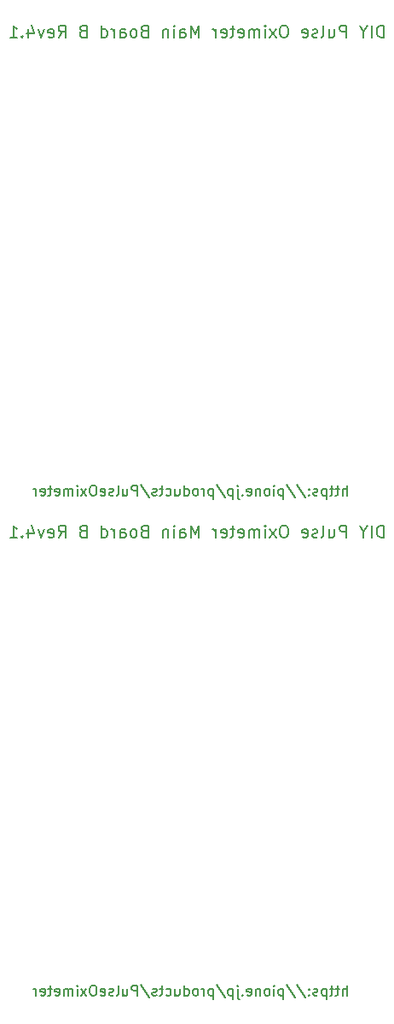
<source format=gbo>
G04 #@! TF.GenerationSoftware,KiCad,Pcbnew,5.1.5-52549c5~84~ubuntu18.04.1*
G04 #@! TF.CreationDate,2020-07-07T10:06:49+09:00*
G04 #@! TF.ProjectId,PulseOximeterTHT_rev4B,50756c73-654f-4786-996d-657465725448,rev?*
G04 #@! TF.SameCoordinates,Original*
G04 #@! TF.FileFunction,Legend,Bot*
G04 #@! TF.FilePolarity,Positive*
%FSLAX46Y46*%
G04 Gerber Fmt 4.6, Leading zero omitted, Abs format (unit mm)*
G04 Created by KiCad (PCBNEW 5.1.5-52549c5~84~ubuntu18.04.1) date 2020-07-07 10:06:49*
%MOMM*%
%LPD*%
G04 APERTURE LIST*
%ADD10C,0.150000*%
%ADD11C,1.702000*%
%ADD12R,1.702000X1.702000*%
%ADD13O,1.702000X1.702000*%
%ADD14O,1.802000X1.802000*%
%ADD15R,1.802000X1.802000*%
%ADD16C,2.102000*%
%ADD17R,1.602000X1.602000*%
%ADD18C,1.602000*%
%ADD19C,1.902000*%
%ADD20R,1.902000X1.902000*%
%ADD21C,4.102000*%
%ADD22R,2.102000X2.102000*%
G04 APERTURE END LIST*
D10*
X137259285Y-114334857D02*
X137259285Y-113134857D01*
X136973571Y-113134857D01*
X136802142Y-113192000D01*
X136687857Y-113306285D01*
X136630714Y-113420571D01*
X136573571Y-113649142D01*
X136573571Y-113820571D01*
X136630714Y-114049142D01*
X136687857Y-114163428D01*
X136802142Y-114277714D01*
X136973571Y-114334857D01*
X137259285Y-114334857D01*
X136059285Y-114334857D02*
X136059285Y-113134857D01*
X135259285Y-113763428D02*
X135259285Y-114334857D01*
X135659285Y-113134857D02*
X135259285Y-113763428D01*
X134859285Y-113134857D01*
X133545000Y-114334857D02*
X133545000Y-113134857D01*
X133087857Y-113134857D01*
X132973571Y-113192000D01*
X132916428Y-113249142D01*
X132859285Y-113363428D01*
X132859285Y-113534857D01*
X132916428Y-113649142D01*
X132973571Y-113706285D01*
X133087857Y-113763428D01*
X133545000Y-113763428D01*
X131830714Y-113534857D02*
X131830714Y-114334857D01*
X132345000Y-113534857D02*
X132345000Y-114163428D01*
X132287857Y-114277714D01*
X132173571Y-114334857D01*
X132002142Y-114334857D01*
X131887857Y-114277714D01*
X131830714Y-114220571D01*
X131087857Y-114334857D02*
X131202142Y-114277714D01*
X131259285Y-114163428D01*
X131259285Y-113134857D01*
X130687857Y-114277714D02*
X130573571Y-114334857D01*
X130345000Y-114334857D01*
X130230714Y-114277714D01*
X130173571Y-114163428D01*
X130173571Y-114106285D01*
X130230714Y-113992000D01*
X130345000Y-113934857D01*
X130516428Y-113934857D01*
X130630714Y-113877714D01*
X130687857Y-113763428D01*
X130687857Y-113706285D01*
X130630714Y-113592000D01*
X130516428Y-113534857D01*
X130345000Y-113534857D01*
X130230714Y-113592000D01*
X129202142Y-114277714D02*
X129316428Y-114334857D01*
X129545000Y-114334857D01*
X129659285Y-114277714D01*
X129716428Y-114163428D01*
X129716428Y-113706285D01*
X129659285Y-113592000D01*
X129545000Y-113534857D01*
X129316428Y-113534857D01*
X129202142Y-113592000D01*
X129145000Y-113706285D01*
X129145000Y-113820571D01*
X129716428Y-113934857D01*
X127487857Y-113134857D02*
X127259285Y-113134857D01*
X127145000Y-113192000D01*
X127030714Y-113306285D01*
X126973571Y-113534857D01*
X126973571Y-113934857D01*
X127030714Y-114163428D01*
X127145000Y-114277714D01*
X127259285Y-114334857D01*
X127487857Y-114334857D01*
X127602142Y-114277714D01*
X127716428Y-114163428D01*
X127773571Y-113934857D01*
X127773571Y-113534857D01*
X127716428Y-113306285D01*
X127602142Y-113192000D01*
X127487857Y-113134857D01*
X126573571Y-114334857D02*
X125945000Y-113534857D01*
X126573571Y-113534857D02*
X125945000Y-114334857D01*
X125487857Y-114334857D02*
X125487857Y-113534857D01*
X125487857Y-113134857D02*
X125545000Y-113192000D01*
X125487857Y-113249142D01*
X125430714Y-113192000D01*
X125487857Y-113134857D01*
X125487857Y-113249142D01*
X124916428Y-114334857D02*
X124916428Y-113534857D01*
X124916428Y-113649142D02*
X124859285Y-113592000D01*
X124745000Y-113534857D01*
X124573571Y-113534857D01*
X124459285Y-113592000D01*
X124402142Y-113706285D01*
X124402142Y-114334857D01*
X124402142Y-113706285D02*
X124345000Y-113592000D01*
X124230714Y-113534857D01*
X124059285Y-113534857D01*
X123945000Y-113592000D01*
X123887857Y-113706285D01*
X123887857Y-114334857D01*
X122859285Y-114277714D02*
X122973571Y-114334857D01*
X123202142Y-114334857D01*
X123316428Y-114277714D01*
X123373571Y-114163428D01*
X123373571Y-113706285D01*
X123316428Y-113592000D01*
X123202142Y-113534857D01*
X122973571Y-113534857D01*
X122859285Y-113592000D01*
X122802142Y-113706285D01*
X122802142Y-113820571D01*
X123373571Y-113934857D01*
X122459285Y-113534857D02*
X122002142Y-113534857D01*
X122287857Y-113134857D02*
X122287857Y-114163428D01*
X122230714Y-114277714D01*
X122116428Y-114334857D01*
X122002142Y-114334857D01*
X121145000Y-114277714D02*
X121259285Y-114334857D01*
X121487857Y-114334857D01*
X121602142Y-114277714D01*
X121659285Y-114163428D01*
X121659285Y-113706285D01*
X121602142Y-113592000D01*
X121487857Y-113534857D01*
X121259285Y-113534857D01*
X121145000Y-113592000D01*
X121087857Y-113706285D01*
X121087857Y-113820571D01*
X121659285Y-113934857D01*
X120573571Y-114334857D02*
X120573571Y-113534857D01*
X120573571Y-113763428D02*
X120516428Y-113649142D01*
X120459285Y-113592000D01*
X120345000Y-113534857D01*
X120230714Y-113534857D01*
X118916428Y-114334857D02*
X118916428Y-113134857D01*
X118516428Y-113992000D01*
X118116428Y-113134857D01*
X118116428Y-114334857D01*
X117030714Y-114334857D02*
X117030714Y-113706285D01*
X117087857Y-113592000D01*
X117202142Y-113534857D01*
X117430714Y-113534857D01*
X117545000Y-113592000D01*
X117030714Y-114277714D02*
X117145000Y-114334857D01*
X117430714Y-114334857D01*
X117545000Y-114277714D01*
X117602142Y-114163428D01*
X117602142Y-114049142D01*
X117545000Y-113934857D01*
X117430714Y-113877714D01*
X117145000Y-113877714D01*
X117030714Y-113820571D01*
X116459285Y-114334857D02*
X116459285Y-113534857D01*
X116459285Y-113134857D02*
X116516428Y-113192000D01*
X116459285Y-113249142D01*
X116402142Y-113192000D01*
X116459285Y-113134857D01*
X116459285Y-113249142D01*
X115887857Y-113534857D02*
X115887857Y-114334857D01*
X115887857Y-113649142D02*
X115830714Y-113592000D01*
X115716428Y-113534857D01*
X115545000Y-113534857D01*
X115430714Y-113592000D01*
X115373571Y-113706285D01*
X115373571Y-114334857D01*
X113487857Y-113706285D02*
X113316428Y-113763428D01*
X113259285Y-113820571D01*
X113202142Y-113934857D01*
X113202142Y-114106285D01*
X113259285Y-114220571D01*
X113316428Y-114277714D01*
X113430714Y-114334857D01*
X113887857Y-114334857D01*
X113887857Y-113134857D01*
X113487857Y-113134857D01*
X113373571Y-113192000D01*
X113316428Y-113249142D01*
X113259285Y-113363428D01*
X113259285Y-113477714D01*
X113316428Y-113592000D01*
X113373571Y-113649142D01*
X113487857Y-113706285D01*
X113887857Y-113706285D01*
X112516428Y-114334857D02*
X112630714Y-114277714D01*
X112687857Y-114220571D01*
X112745000Y-114106285D01*
X112745000Y-113763428D01*
X112687857Y-113649142D01*
X112630714Y-113592000D01*
X112516428Y-113534857D01*
X112345000Y-113534857D01*
X112230714Y-113592000D01*
X112173571Y-113649142D01*
X112116428Y-113763428D01*
X112116428Y-114106285D01*
X112173571Y-114220571D01*
X112230714Y-114277714D01*
X112345000Y-114334857D01*
X112516428Y-114334857D01*
X111087857Y-114334857D02*
X111087857Y-113706285D01*
X111145000Y-113592000D01*
X111259285Y-113534857D01*
X111487857Y-113534857D01*
X111602142Y-113592000D01*
X111087857Y-114277714D02*
X111202142Y-114334857D01*
X111487857Y-114334857D01*
X111602142Y-114277714D01*
X111659285Y-114163428D01*
X111659285Y-114049142D01*
X111602142Y-113934857D01*
X111487857Y-113877714D01*
X111202142Y-113877714D01*
X111087857Y-113820571D01*
X110516428Y-114334857D02*
X110516428Y-113534857D01*
X110516428Y-113763428D02*
X110459285Y-113649142D01*
X110402142Y-113592000D01*
X110287857Y-113534857D01*
X110173571Y-113534857D01*
X109259285Y-114334857D02*
X109259285Y-113134857D01*
X109259285Y-114277714D02*
X109373571Y-114334857D01*
X109602142Y-114334857D01*
X109716428Y-114277714D01*
X109773571Y-114220571D01*
X109830714Y-114106285D01*
X109830714Y-113763428D01*
X109773571Y-113649142D01*
X109716428Y-113592000D01*
X109602142Y-113534857D01*
X109373571Y-113534857D01*
X109259285Y-113592000D01*
X107373571Y-113706285D02*
X107202142Y-113763428D01*
X107145000Y-113820571D01*
X107087857Y-113934857D01*
X107087857Y-114106285D01*
X107145000Y-114220571D01*
X107202142Y-114277714D01*
X107316428Y-114334857D01*
X107773571Y-114334857D01*
X107773571Y-113134857D01*
X107373571Y-113134857D01*
X107259285Y-113192000D01*
X107202142Y-113249142D01*
X107145000Y-113363428D01*
X107145000Y-113477714D01*
X107202142Y-113592000D01*
X107259285Y-113649142D01*
X107373571Y-113706285D01*
X107773571Y-113706285D01*
X104973571Y-114334857D02*
X105373571Y-113763428D01*
X105659285Y-114334857D02*
X105659285Y-113134857D01*
X105202142Y-113134857D01*
X105087857Y-113192000D01*
X105030714Y-113249142D01*
X104973571Y-113363428D01*
X104973571Y-113534857D01*
X105030714Y-113649142D01*
X105087857Y-113706285D01*
X105202142Y-113763428D01*
X105659285Y-113763428D01*
X104002142Y-114277714D02*
X104116428Y-114334857D01*
X104345000Y-114334857D01*
X104459285Y-114277714D01*
X104516428Y-114163428D01*
X104516428Y-113706285D01*
X104459285Y-113592000D01*
X104345000Y-113534857D01*
X104116428Y-113534857D01*
X104002142Y-113592000D01*
X103945000Y-113706285D01*
X103945000Y-113820571D01*
X104516428Y-113934857D01*
X103545000Y-113534857D02*
X103259285Y-114334857D01*
X102973571Y-113534857D01*
X102002142Y-113534857D02*
X102002142Y-114334857D01*
X102287857Y-113077714D02*
X102573571Y-113934857D01*
X101830714Y-113934857D01*
X101373571Y-114220571D02*
X101316428Y-114277714D01*
X101373571Y-114334857D01*
X101430714Y-114277714D01*
X101373571Y-114220571D01*
X101373571Y-114334857D01*
X100173571Y-114334857D02*
X100859285Y-114334857D01*
X100516428Y-114334857D02*
X100516428Y-113134857D01*
X100630714Y-113306285D01*
X100745000Y-113420571D01*
X100859285Y-113477714D01*
X133610000Y-159710380D02*
X133610000Y-158710380D01*
X133181428Y-159710380D02*
X133181428Y-159186571D01*
X133229047Y-159091333D01*
X133324285Y-159043714D01*
X133467142Y-159043714D01*
X133562380Y-159091333D01*
X133610000Y-159138952D01*
X132848095Y-159043714D02*
X132467142Y-159043714D01*
X132705238Y-158710380D02*
X132705238Y-159567523D01*
X132657619Y-159662761D01*
X132562380Y-159710380D01*
X132467142Y-159710380D01*
X132276666Y-159043714D02*
X131895714Y-159043714D01*
X132133809Y-158710380D02*
X132133809Y-159567523D01*
X132086190Y-159662761D01*
X131990952Y-159710380D01*
X131895714Y-159710380D01*
X131562380Y-159043714D02*
X131562380Y-160043714D01*
X131562380Y-159091333D02*
X131467142Y-159043714D01*
X131276666Y-159043714D01*
X131181428Y-159091333D01*
X131133809Y-159138952D01*
X131086190Y-159234190D01*
X131086190Y-159519904D01*
X131133809Y-159615142D01*
X131181428Y-159662761D01*
X131276666Y-159710380D01*
X131467142Y-159710380D01*
X131562380Y-159662761D01*
X130705238Y-159662761D02*
X130610000Y-159710380D01*
X130419523Y-159710380D01*
X130324285Y-159662761D01*
X130276666Y-159567523D01*
X130276666Y-159519904D01*
X130324285Y-159424666D01*
X130419523Y-159377047D01*
X130562380Y-159377047D01*
X130657619Y-159329428D01*
X130705238Y-159234190D01*
X130705238Y-159186571D01*
X130657619Y-159091333D01*
X130562380Y-159043714D01*
X130419523Y-159043714D01*
X130324285Y-159091333D01*
X129848095Y-159615142D02*
X129800476Y-159662761D01*
X129848095Y-159710380D01*
X129895714Y-159662761D01*
X129848095Y-159615142D01*
X129848095Y-159710380D01*
X129848095Y-159091333D02*
X129800476Y-159138952D01*
X129848095Y-159186571D01*
X129895714Y-159138952D01*
X129848095Y-159091333D01*
X129848095Y-159186571D01*
X128657619Y-158662761D02*
X129514761Y-159948476D01*
X127610000Y-158662761D02*
X128467142Y-159948476D01*
X127276666Y-159043714D02*
X127276666Y-160043714D01*
X127276666Y-159091333D02*
X127181428Y-159043714D01*
X126990952Y-159043714D01*
X126895714Y-159091333D01*
X126848095Y-159138952D01*
X126800476Y-159234190D01*
X126800476Y-159519904D01*
X126848095Y-159615142D01*
X126895714Y-159662761D01*
X126990952Y-159710380D01*
X127181428Y-159710380D01*
X127276666Y-159662761D01*
X126371904Y-159710380D02*
X126371904Y-159043714D01*
X126371904Y-158710380D02*
X126419523Y-158758000D01*
X126371904Y-158805619D01*
X126324285Y-158758000D01*
X126371904Y-158710380D01*
X126371904Y-158805619D01*
X125752857Y-159710380D02*
X125848095Y-159662761D01*
X125895714Y-159615142D01*
X125943333Y-159519904D01*
X125943333Y-159234190D01*
X125895714Y-159138952D01*
X125848095Y-159091333D01*
X125752857Y-159043714D01*
X125610000Y-159043714D01*
X125514761Y-159091333D01*
X125467142Y-159138952D01*
X125419523Y-159234190D01*
X125419523Y-159519904D01*
X125467142Y-159615142D01*
X125514761Y-159662761D01*
X125610000Y-159710380D01*
X125752857Y-159710380D01*
X124990952Y-159043714D02*
X124990952Y-159710380D01*
X124990952Y-159138952D02*
X124943333Y-159091333D01*
X124848095Y-159043714D01*
X124705238Y-159043714D01*
X124610000Y-159091333D01*
X124562380Y-159186571D01*
X124562380Y-159710380D01*
X123705238Y-159662761D02*
X123800476Y-159710380D01*
X123990952Y-159710380D01*
X124086190Y-159662761D01*
X124133809Y-159567523D01*
X124133809Y-159186571D01*
X124086190Y-159091333D01*
X123990952Y-159043714D01*
X123800476Y-159043714D01*
X123705238Y-159091333D01*
X123657619Y-159186571D01*
X123657619Y-159281809D01*
X124133809Y-159377047D01*
X123229047Y-159615142D02*
X123181428Y-159662761D01*
X123229047Y-159710380D01*
X123276666Y-159662761D01*
X123229047Y-159615142D01*
X123229047Y-159710380D01*
X122752857Y-159043714D02*
X122752857Y-159900857D01*
X122800476Y-159996095D01*
X122895714Y-160043714D01*
X122943333Y-160043714D01*
X122752857Y-158710380D02*
X122800476Y-158758000D01*
X122752857Y-158805619D01*
X122705238Y-158758000D01*
X122752857Y-158710380D01*
X122752857Y-158805619D01*
X122276666Y-159043714D02*
X122276666Y-160043714D01*
X122276666Y-159091333D02*
X122181428Y-159043714D01*
X121990952Y-159043714D01*
X121895714Y-159091333D01*
X121848095Y-159138952D01*
X121800476Y-159234190D01*
X121800476Y-159519904D01*
X121848095Y-159615142D01*
X121895714Y-159662761D01*
X121990952Y-159710380D01*
X122181428Y-159710380D01*
X122276666Y-159662761D01*
X120657619Y-158662761D02*
X121514761Y-159948476D01*
X120324285Y-159043714D02*
X120324285Y-160043714D01*
X120324285Y-159091333D02*
X120229047Y-159043714D01*
X120038571Y-159043714D01*
X119943333Y-159091333D01*
X119895714Y-159138952D01*
X119848095Y-159234190D01*
X119848095Y-159519904D01*
X119895714Y-159615142D01*
X119943333Y-159662761D01*
X120038571Y-159710380D01*
X120229047Y-159710380D01*
X120324285Y-159662761D01*
X119419523Y-159710380D02*
X119419523Y-159043714D01*
X119419523Y-159234190D02*
X119371904Y-159138952D01*
X119324285Y-159091333D01*
X119229047Y-159043714D01*
X119133809Y-159043714D01*
X118657619Y-159710380D02*
X118752857Y-159662761D01*
X118800476Y-159615142D01*
X118848095Y-159519904D01*
X118848095Y-159234190D01*
X118800476Y-159138952D01*
X118752857Y-159091333D01*
X118657619Y-159043714D01*
X118514761Y-159043714D01*
X118419523Y-159091333D01*
X118371904Y-159138952D01*
X118324285Y-159234190D01*
X118324285Y-159519904D01*
X118371904Y-159615142D01*
X118419523Y-159662761D01*
X118514761Y-159710380D01*
X118657619Y-159710380D01*
X117467142Y-159710380D02*
X117467142Y-158710380D01*
X117467142Y-159662761D02*
X117562380Y-159710380D01*
X117752857Y-159710380D01*
X117848095Y-159662761D01*
X117895714Y-159615142D01*
X117943333Y-159519904D01*
X117943333Y-159234190D01*
X117895714Y-159138952D01*
X117848095Y-159091333D01*
X117752857Y-159043714D01*
X117562380Y-159043714D01*
X117467142Y-159091333D01*
X116562380Y-159043714D02*
X116562380Y-159710380D01*
X116990952Y-159043714D02*
X116990952Y-159567523D01*
X116943333Y-159662761D01*
X116848095Y-159710380D01*
X116705238Y-159710380D01*
X116610000Y-159662761D01*
X116562380Y-159615142D01*
X115657619Y-159662761D02*
X115752857Y-159710380D01*
X115943333Y-159710380D01*
X116038571Y-159662761D01*
X116086190Y-159615142D01*
X116133809Y-159519904D01*
X116133809Y-159234190D01*
X116086190Y-159138952D01*
X116038571Y-159091333D01*
X115943333Y-159043714D01*
X115752857Y-159043714D01*
X115657619Y-159091333D01*
X115371904Y-159043714D02*
X114990952Y-159043714D01*
X115229047Y-158710380D02*
X115229047Y-159567523D01*
X115181428Y-159662761D01*
X115086190Y-159710380D01*
X114990952Y-159710380D01*
X114705238Y-159662761D02*
X114610000Y-159710380D01*
X114419523Y-159710380D01*
X114324285Y-159662761D01*
X114276666Y-159567523D01*
X114276666Y-159519904D01*
X114324285Y-159424666D01*
X114419523Y-159377047D01*
X114562380Y-159377047D01*
X114657619Y-159329428D01*
X114705238Y-159234190D01*
X114705238Y-159186571D01*
X114657619Y-159091333D01*
X114562380Y-159043714D01*
X114419523Y-159043714D01*
X114324285Y-159091333D01*
X113133809Y-158662761D02*
X113990952Y-159948476D01*
X112800476Y-159710380D02*
X112800476Y-158710380D01*
X112419523Y-158710380D01*
X112324285Y-158758000D01*
X112276666Y-158805619D01*
X112229047Y-158900857D01*
X112229047Y-159043714D01*
X112276666Y-159138952D01*
X112324285Y-159186571D01*
X112419523Y-159234190D01*
X112800476Y-159234190D01*
X111371904Y-159043714D02*
X111371904Y-159710380D01*
X111800476Y-159043714D02*
X111800476Y-159567523D01*
X111752857Y-159662761D01*
X111657619Y-159710380D01*
X111514761Y-159710380D01*
X111419523Y-159662761D01*
X111371904Y-159615142D01*
X110752857Y-159710380D02*
X110848095Y-159662761D01*
X110895714Y-159567523D01*
X110895714Y-158710380D01*
X110419523Y-159662761D02*
X110324285Y-159710380D01*
X110133809Y-159710380D01*
X110038571Y-159662761D01*
X109990952Y-159567523D01*
X109990952Y-159519904D01*
X110038571Y-159424666D01*
X110133809Y-159377047D01*
X110276666Y-159377047D01*
X110371904Y-159329428D01*
X110419523Y-159234190D01*
X110419523Y-159186571D01*
X110371904Y-159091333D01*
X110276666Y-159043714D01*
X110133809Y-159043714D01*
X110038571Y-159091333D01*
X109181428Y-159662761D02*
X109276666Y-159710380D01*
X109467142Y-159710380D01*
X109562380Y-159662761D01*
X109610000Y-159567523D01*
X109610000Y-159186571D01*
X109562380Y-159091333D01*
X109467142Y-159043714D01*
X109276666Y-159043714D01*
X109181428Y-159091333D01*
X109133809Y-159186571D01*
X109133809Y-159281809D01*
X109610000Y-159377047D01*
X108514761Y-158710380D02*
X108324285Y-158710380D01*
X108229047Y-158758000D01*
X108133809Y-158853238D01*
X108086190Y-159043714D01*
X108086190Y-159377047D01*
X108133809Y-159567523D01*
X108229047Y-159662761D01*
X108324285Y-159710380D01*
X108514761Y-159710380D01*
X108610000Y-159662761D01*
X108705238Y-159567523D01*
X108752857Y-159377047D01*
X108752857Y-159043714D01*
X108705238Y-158853238D01*
X108610000Y-158758000D01*
X108514761Y-158710380D01*
X107752857Y-159710380D02*
X107229047Y-159043714D01*
X107752857Y-159043714D02*
X107229047Y-159710380D01*
X106848095Y-159710380D02*
X106848095Y-159043714D01*
X106848095Y-158710380D02*
X106895714Y-158758000D01*
X106848095Y-158805619D01*
X106800476Y-158758000D01*
X106848095Y-158710380D01*
X106848095Y-158805619D01*
X106371904Y-159710380D02*
X106371904Y-159043714D01*
X106371904Y-159138952D02*
X106324285Y-159091333D01*
X106229047Y-159043714D01*
X106086190Y-159043714D01*
X105990952Y-159091333D01*
X105943333Y-159186571D01*
X105943333Y-159710380D01*
X105943333Y-159186571D02*
X105895714Y-159091333D01*
X105800476Y-159043714D01*
X105657619Y-159043714D01*
X105562380Y-159091333D01*
X105514761Y-159186571D01*
X105514761Y-159710380D01*
X104657619Y-159662761D02*
X104752857Y-159710380D01*
X104943333Y-159710380D01*
X105038571Y-159662761D01*
X105086190Y-159567523D01*
X105086190Y-159186571D01*
X105038571Y-159091333D01*
X104943333Y-159043714D01*
X104752857Y-159043714D01*
X104657619Y-159091333D01*
X104610000Y-159186571D01*
X104610000Y-159281809D01*
X105086190Y-159377047D01*
X104324285Y-159043714D02*
X103943333Y-159043714D01*
X104181428Y-158710380D02*
X104181428Y-159567523D01*
X104133809Y-159662761D01*
X104038571Y-159710380D01*
X103943333Y-159710380D01*
X103229047Y-159662761D02*
X103324285Y-159710380D01*
X103514761Y-159710380D01*
X103610000Y-159662761D01*
X103657619Y-159567523D01*
X103657619Y-159186571D01*
X103610000Y-159091333D01*
X103514761Y-159043714D01*
X103324285Y-159043714D01*
X103229047Y-159091333D01*
X103181428Y-159186571D01*
X103181428Y-159281809D01*
X103657619Y-159377047D01*
X102752857Y-159710380D02*
X102752857Y-159043714D01*
X102752857Y-159234190D02*
X102705238Y-159138952D01*
X102657619Y-159091333D01*
X102562380Y-159043714D01*
X102467142Y-159043714D01*
X133610000Y-110180380D02*
X133610000Y-109180380D01*
X133181428Y-110180380D02*
X133181428Y-109656571D01*
X133229047Y-109561333D01*
X133324285Y-109513714D01*
X133467142Y-109513714D01*
X133562380Y-109561333D01*
X133610000Y-109608952D01*
X132848095Y-109513714D02*
X132467142Y-109513714D01*
X132705238Y-109180380D02*
X132705238Y-110037523D01*
X132657619Y-110132761D01*
X132562380Y-110180380D01*
X132467142Y-110180380D01*
X132276666Y-109513714D02*
X131895714Y-109513714D01*
X132133809Y-109180380D02*
X132133809Y-110037523D01*
X132086190Y-110132761D01*
X131990952Y-110180380D01*
X131895714Y-110180380D01*
X131562380Y-109513714D02*
X131562380Y-110513714D01*
X131562380Y-109561333D02*
X131467142Y-109513714D01*
X131276666Y-109513714D01*
X131181428Y-109561333D01*
X131133809Y-109608952D01*
X131086190Y-109704190D01*
X131086190Y-109989904D01*
X131133809Y-110085142D01*
X131181428Y-110132761D01*
X131276666Y-110180380D01*
X131467142Y-110180380D01*
X131562380Y-110132761D01*
X130705238Y-110132761D02*
X130610000Y-110180380D01*
X130419523Y-110180380D01*
X130324285Y-110132761D01*
X130276666Y-110037523D01*
X130276666Y-109989904D01*
X130324285Y-109894666D01*
X130419523Y-109847047D01*
X130562380Y-109847047D01*
X130657619Y-109799428D01*
X130705238Y-109704190D01*
X130705238Y-109656571D01*
X130657619Y-109561333D01*
X130562380Y-109513714D01*
X130419523Y-109513714D01*
X130324285Y-109561333D01*
X129848095Y-110085142D02*
X129800476Y-110132761D01*
X129848095Y-110180380D01*
X129895714Y-110132761D01*
X129848095Y-110085142D01*
X129848095Y-110180380D01*
X129848095Y-109561333D02*
X129800476Y-109608952D01*
X129848095Y-109656571D01*
X129895714Y-109608952D01*
X129848095Y-109561333D01*
X129848095Y-109656571D01*
X128657619Y-109132761D02*
X129514761Y-110418476D01*
X127610000Y-109132761D02*
X128467142Y-110418476D01*
X127276666Y-109513714D02*
X127276666Y-110513714D01*
X127276666Y-109561333D02*
X127181428Y-109513714D01*
X126990952Y-109513714D01*
X126895714Y-109561333D01*
X126848095Y-109608952D01*
X126800476Y-109704190D01*
X126800476Y-109989904D01*
X126848095Y-110085142D01*
X126895714Y-110132761D01*
X126990952Y-110180380D01*
X127181428Y-110180380D01*
X127276666Y-110132761D01*
X126371904Y-110180380D02*
X126371904Y-109513714D01*
X126371904Y-109180380D02*
X126419523Y-109228000D01*
X126371904Y-109275619D01*
X126324285Y-109228000D01*
X126371904Y-109180380D01*
X126371904Y-109275619D01*
X125752857Y-110180380D02*
X125848095Y-110132761D01*
X125895714Y-110085142D01*
X125943333Y-109989904D01*
X125943333Y-109704190D01*
X125895714Y-109608952D01*
X125848095Y-109561333D01*
X125752857Y-109513714D01*
X125610000Y-109513714D01*
X125514761Y-109561333D01*
X125467142Y-109608952D01*
X125419523Y-109704190D01*
X125419523Y-109989904D01*
X125467142Y-110085142D01*
X125514761Y-110132761D01*
X125610000Y-110180380D01*
X125752857Y-110180380D01*
X124990952Y-109513714D02*
X124990952Y-110180380D01*
X124990952Y-109608952D02*
X124943333Y-109561333D01*
X124848095Y-109513714D01*
X124705238Y-109513714D01*
X124610000Y-109561333D01*
X124562380Y-109656571D01*
X124562380Y-110180380D01*
X123705238Y-110132761D02*
X123800476Y-110180380D01*
X123990952Y-110180380D01*
X124086190Y-110132761D01*
X124133809Y-110037523D01*
X124133809Y-109656571D01*
X124086190Y-109561333D01*
X123990952Y-109513714D01*
X123800476Y-109513714D01*
X123705238Y-109561333D01*
X123657619Y-109656571D01*
X123657619Y-109751809D01*
X124133809Y-109847047D01*
X123229047Y-110085142D02*
X123181428Y-110132761D01*
X123229047Y-110180380D01*
X123276666Y-110132761D01*
X123229047Y-110085142D01*
X123229047Y-110180380D01*
X122752857Y-109513714D02*
X122752857Y-110370857D01*
X122800476Y-110466095D01*
X122895714Y-110513714D01*
X122943333Y-110513714D01*
X122752857Y-109180380D02*
X122800476Y-109228000D01*
X122752857Y-109275619D01*
X122705238Y-109228000D01*
X122752857Y-109180380D01*
X122752857Y-109275619D01*
X122276666Y-109513714D02*
X122276666Y-110513714D01*
X122276666Y-109561333D02*
X122181428Y-109513714D01*
X121990952Y-109513714D01*
X121895714Y-109561333D01*
X121848095Y-109608952D01*
X121800476Y-109704190D01*
X121800476Y-109989904D01*
X121848095Y-110085142D01*
X121895714Y-110132761D01*
X121990952Y-110180380D01*
X122181428Y-110180380D01*
X122276666Y-110132761D01*
X120657619Y-109132761D02*
X121514761Y-110418476D01*
X120324285Y-109513714D02*
X120324285Y-110513714D01*
X120324285Y-109561333D02*
X120229047Y-109513714D01*
X120038571Y-109513714D01*
X119943333Y-109561333D01*
X119895714Y-109608952D01*
X119848095Y-109704190D01*
X119848095Y-109989904D01*
X119895714Y-110085142D01*
X119943333Y-110132761D01*
X120038571Y-110180380D01*
X120229047Y-110180380D01*
X120324285Y-110132761D01*
X119419523Y-110180380D02*
X119419523Y-109513714D01*
X119419523Y-109704190D02*
X119371904Y-109608952D01*
X119324285Y-109561333D01*
X119229047Y-109513714D01*
X119133809Y-109513714D01*
X118657619Y-110180380D02*
X118752857Y-110132761D01*
X118800476Y-110085142D01*
X118848095Y-109989904D01*
X118848095Y-109704190D01*
X118800476Y-109608952D01*
X118752857Y-109561333D01*
X118657619Y-109513714D01*
X118514761Y-109513714D01*
X118419523Y-109561333D01*
X118371904Y-109608952D01*
X118324285Y-109704190D01*
X118324285Y-109989904D01*
X118371904Y-110085142D01*
X118419523Y-110132761D01*
X118514761Y-110180380D01*
X118657619Y-110180380D01*
X117467142Y-110180380D02*
X117467142Y-109180380D01*
X117467142Y-110132761D02*
X117562380Y-110180380D01*
X117752857Y-110180380D01*
X117848095Y-110132761D01*
X117895714Y-110085142D01*
X117943333Y-109989904D01*
X117943333Y-109704190D01*
X117895714Y-109608952D01*
X117848095Y-109561333D01*
X117752857Y-109513714D01*
X117562380Y-109513714D01*
X117467142Y-109561333D01*
X116562380Y-109513714D02*
X116562380Y-110180380D01*
X116990952Y-109513714D02*
X116990952Y-110037523D01*
X116943333Y-110132761D01*
X116848095Y-110180380D01*
X116705238Y-110180380D01*
X116610000Y-110132761D01*
X116562380Y-110085142D01*
X115657619Y-110132761D02*
X115752857Y-110180380D01*
X115943333Y-110180380D01*
X116038571Y-110132761D01*
X116086190Y-110085142D01*
X116133809Y-109989904D01*
X116133809Y-109704190D01*
X116086190Y-109608952D01*
X116038571Y-109561333D01*
X115943333Y-109513714D01*
X115752857Y-109513714D01*
X115657619Y-109561333D01*
X115371904Y-109513714D02*
X114990952Y-109513714D01*
X115229047Y-109180380D02*
X115229047Y-110037523D01*
X115181428Y-110132761D01*
X115086190Y-110180380D01*
X114990952Y-110180380D01*
X114705238Y-110132761D02*
X114610000Y-110180380D01*
X114419523Y-110180380D01*
X114324285Y-110132761D01*
X114276666Y-110037523D01*
X114276666Y-109989904D01*
X114324285Y-109894666D01*
X114419523Y-109847047D01*
X114562380Y-109847047D01*
X114657619Y-109799428D01*
X114705238Y-109704190D01*
X114705238Y-109656571D01*
X114657619Y-109561333D01*
X114562380Y-109513714D01*
X114419523Y-109513714D01*
X114324285Y-109561333D01*
X113133809Y-109132761D02*
X113990952Y-110418476D01*
X112800476Y-110180380D02*
X112800476Y-109180380D01*
X112419523Y-109180380D01*
X112324285Y-109228000D01*
X112276666Y-109275619D01*
X112229047Y-109370857D01*
X112229047Y-109513714D01*
X112276666Y-109608952D01*
X112324285Y-109656571D01*
X112419523Y-109704190D01*
X112800476Y-109704190D01*
X111371904Y-109513714D02*
X111371904Y-110180380D01*
X111800476Y-109513714D02*
X111800476Y-110037523D01*
X111752857Y-110132761D01*
X111657619Y-110180380D01*
X111514761Y-110180380D01*
X111419523Y-110132761D01*
X111371904Y-110085142D01*
X110752857Y-110180380D02*
X110848095Y-110132761D01*
X110895714Y-110037523D01*
X110895714Y-109180380D01*
X110419523Y-110132761D02*
X110324285Y-110180380D01*
X110133809Y-110180380D01*
X110038571Y-110132761D01*
X109990952Y-110037523D01*
X109990952Y-109989904D01*
X110038571Y-109894666D01*
X110133809Y-109847047D01*
X110276666Y-109847047D01*
X110371904Y-109799428D01*
X110419523Y-109704190D01*
X110419523Y-109656571D01*
X110371904Y-109561333D01*
X110276666Y-109513714D01*
X110133809Y-109513714D01*
X110038571Y-109561333D01*
X109181428Y-110132761D02*
X109276666Y-110180380D01*
X109467142Y-110180380D01*
X109562380Y-110132761D01*
X109610000Y-110037523D01*
X109610000Y-109656571D01*
X109562380Y-109561333D01*
X109467142Y-109513714D01*
X109276666Y-109513714D01*
X109181428Y-109561333D01*
X109133809Y-109656571D01*
X109133809Y-109751809D01*
X109610000Y-109847047D01*
X108514761Y-109180380D02*
X108324285Y-109180380D01*
X108229047Y-109228000D01*
X108133809Y-109323238D01*
X108086190Y-109513714D01*
X108086190Y-109847047D01*
X108133809Y-110037523D01*
X108229047Y-110132761D01*
X108324285Y-110180380D01*
X108514761Y-110180380D01*
X108610000Y-110132761D01*
X108705238Y-110037523D01*
X108752857Y-109847047D01*
X108752857Y-109513714D01*
X108705238Y-109323238D01*
X108610000Y-109228000D01*
X108514761Y-109180380D01*
X107752857Y-110180380D02*
X107229047Y-109513714D01*
X107752857Y-109513714D02*
X107229047Y-110180380D01*
X106848095Y-110180380D02*
X106848095Y-109513714D01*
X106848095Y-109180380D02*
X106895714Y-109228000D01*
X106848095Y-109275619D01*
X106800476Y-109228000D01*
X106848095Y-109180380D01*
X106848095Y-109275619D01*
X106371904Y-110180380D02*
X106371904Y-109513714D01*
X106371904Y-109608952D02*
X106324285Y-109561333D01*
X106229047Y-109513714D01*
X106086190Y-109513714D01*
X105990952Y-109561333D01*
X105943333Y-109656571D01*
X105943333Y-110180380D01*
X105943333Y-109656571D02*
X105895714Y-109561333D01*
X105800476Y-109513714D01*
X105657619Y-109513714D01*
X105562380Y-109561333D01*
X105514761Y-109656571D01*
X105514761Y-110180380D01*
X104657619Y-110132761D02*
X104752857Y-110180380D01*
X104943333Y-110180380D01*
X105038571Y-110132761D01*
X105086190Y-110037523D01*
X105086190Y-109656571D01*
X105038571Y-109561333D01*
X104943333Y-109513714D01*
X104752857Y-109513714D01*
X104657619Y-109561333D01*
X104610000Y-109656571D01*
X104610000Y-109751809D01*
X105086190Y-109847047D01*
X104324285Y-109513714D02*
X103943333Y-109513714D01*
X104181428Y-109180380D02*
X104181428Y-110037523D01*
X104133809Y-110132761D01*
X104038571Y-110180380D01*
X103943333Y-110180380D01*
X103229047Y-110132761D02*
X103324285Y-110180380D01*
X103514761Y-110180380D01*
X103610000Y-110132761D01*
X103657619Y-110037523D01*
X103657619Y-109656571D01*
X103610000Y-109561333D01*
X103514761Y-109513714D01*
X103324285Y-109513714D01*
X103229047Y-109561333D01*
X103181428Y-109656571D01*
X103181428Y-109751809D01*
X103657619Y-109847047D01*
X102752857Y-110180380D02*
X102752857Y-109513714D01*
X102752857Y-109704190D02*
X102705238Y-109608952D01*
X102657619Y-109561333D01*
X102562380Y-109513714D01*
X102467142Y-109513714D01*
X137259285Y-64804857D02*
X137259285Y-63604857D01*
X136973571Y-63604857D01*
X136802142Y-63662000D01*
X136687857Y-63776285D01*
X136630714Y-63890571D01*
X136573571Y-64119142D01*
X136573571Y-64290571D01*
X136630714Y-64519142D01*
X136687857Y-64633428D01*
X136802142Y-64747714D01*
X136973571Y-64804857D01*
X137259285Y-64804857D01*
X136059285Y-64804857D02*
X136059285Y-63604857D01*
X135259285Y-64233428D02*
X135259285Y-64804857D01*
X135659285Y-63604857D02*
X135259285Y-64233428D01*
X134859285Y-63604857D01*
X133545000Y-64804857D02*
X133545000Y-63604857D01*
X133087857Y-63604857D01*
X132973571Y-63662000D01*
X132916428Y-63719142D01*
X132859285Y-63833428D01*
X132859285Y-64004857D01*
X132916428Y-64119142D01*
X132973571Y-64176285D01*
X133087857Y-64233428D01*
X133545000Y-64233428D01*
X131830714Y-64004857D02*
X131830714Y-64804857D01*
X132345000Y-64004857D02*
X132345000Y-64633428D01*
X132287857Y-64747714D01*
X132173571Y-64804857D01*
X132002142Y-64804857D01*
X131887857Y-64747714D01*
X131830714Y-64690571D01*
X131087857Y-64804857D02*
X131202142Y-64747714D01*
X131259285Y-64633428D01*
X131259285Y-63604857D01*
X130687857Y-64747714D02*
X130573571Y-64804857D01*
X130345000Y-64804857D01*
X130230714Y-64747714D01*
X130173571Y-64633428D01*
X130173571Y-64576285D01*
X130230714Y-64462000D01*
X130345000Y-64404857D01*
X130516428Y-64404857D01*
X130630714Y-64347714D01*
X130687857Y-64233428D01*
X130687857Y-64176285D01*
X130630714Y-64062000D01*
X130516428Y-64004857D01*
X130345000Y-64004857D01*
X130230714Y-64062000D01*
X129202142Y-64747714D02*
X129316428Y-64804857D01*
X129545000Y-64804857D01*
X129659285Y-64747714D01*
X129716428Y-64633428D01*
X129716428Y-64176285D01*
X129659285Y-64062000D01*
X129545000Y-64004857D01*
X129316428Y-64004857D01*
X129202142Y-64062000D01*
X129145000Y-64176285D01*
X129145000Y-64290571D01*
X129716428Y-64404857D01*
X127487857Y-63604857D02*
X127259285Y-63604857D01*
X127145000Y-63662000D01*
X127030714Y-63776285D01*
X126973571Y-64004857D01*
X126973571Y-64404857D01*
X127030714Y-64633428D01*
X127145000Y-64747714D01*
X127259285Y-64804857D01*
X127487857Y-64804857D01*
X127602142Y-64747714D01*
X127716428Y-64633428D01*
X127773571Y-64404857D01*
X127773571Y-64004857D01*
X127716428Y-63776285D01*
X127602142Y-63662000D01*
X127487857Y-63604857D01*
X126573571Y-64804857D02*
X125945000Y-64004857D01*
X126573571Y-64004857D02*
X125945000Y-64804857D01*
X125487857Y-64804857D02*
X125487857Y-64004857D01*
X125487857Y-63604857D02*
X125545000Y-63662000D01*
X125487857Y-63719142D01*
X125430714Y-63662000D01*
X125487857Y-63604857D01*
X125487857Y-63719142D01*
X124916428Y-64804857D02*
X124916428Y-64004857D01*
X124916428Y-64119142D02*
X124859285Y-64062000D01*
X124745000Y-64004857D01*
X124573571Y-64004857D01*
X124459285Y-64062000D01*
X124402142Y-64176285D01*
X124402142Y-64804857D01*
X124402142Y-64176285D02*
X124345000Y-64062000D01*
X124230714Y-64004857D01*
X124059285Y-64004857D01*
X123945000Y-64062000D01*
X123887857Y-64176285D01*
X123887857Y-64804857D01*
X122859285Y-64747714D02*
X122973571Y-64804857D01*
X123202142Y-64804857D01*
X123316428Y-64747714D01*
X123373571Y-64633428D01*
X123373571Y-64176285D01*
X123316428Y-64062000D01*
X123202142Y-64004857D01*
X122973571Y-64004857D01*
X122859285Y-64062000D01*
X122802142Y-64176285D01*
X122802142Y-64290571D01*
X123373571Y-64404857D01*
X122459285Y-64004857D02*
X122002142Y-64004857D01*
X122287857Y-63604857D02*
X122287857Y-64633428D01*
X122230714Y-64747714D01*
X122116428Y-64804857D01*
X122002142Y-64804857D01*
X121145000Y-64747714D02*
X121259285Y-64804857D01*
X121487857Y-64804857D01*
X121602142Y-64747714D01*
X121659285Y-64633428D01*
X121659285Y-64176285D01*
X121602142Y-64062000D01*
X121487857Y-64004857D01*
X121259285Y-64004857D01*
X121145000Y-64062000D01*
X121087857Y-64176285D01*
X121087857Y-64290571D01*
X121659285Y-64404857D01*
X120573571Y-64804857D02*
X120573571Y-64004857D01*
X120573571Y-64233428D02*
X120516428Y-64119142D01*
X120459285Y-64062000D01*
X120345000Y-64004857D01*
X120230714Y-64004857D01*
X118916428Y-64804857D02*
X118916428Y-63604857D01*
X118516428Y-64462000D01*
X118116428Y-63604857D01*
X118116428Y-64804857D01*
X117030714Y-64804857D02*
X117030714Y-64176285D01*
X117087857Y-64062000D01*
X117202142Y-64004857D01*
X117430714Y-64004857D01*
X117545000Y-64062000D01*
X117030714Y-64747714D02*
X117145000Y-64804857D01*
X117430714Y-64804857D01*
X117545000Y-64747714D01*
X117602142Y-64633428D01*
X117602142Y-64519142D01*
X117545000Y-64404857D01*
X117430714Y-64347714D01*
X117145000Y-64347714D01*
X117030714Y-64290571D01*
X116459285Y-64804857D02*
X116459285Y-64004857D01*
X116459285Y-63604857D02*
X116516428Y-63662000D01*
X116459285Y-63719142D01*
X116402142Y-63662000D01*
X116459285Y-63604857D01*
X116459285Y-63719142D01*
X115887857Y-64004857D02*
X115887857Y-64804857D01*
X115887857Y-64119142D02*
X115830714Y-64062000D01*
X115716428Y-64004857D01*
X115545000Y-64004857D01*
X115430714Y-64062000D01*
X115373571Y-64176285D01*
X115373571Y-64804857D01*
X113487857Y-64176285D02*
X113316428Y-64233428D01*
X113259285Y-64290571D01*
X113202142Y-64404857D01*
X113202142Y-64576285D01*
X113259285Y-64690571D01*
X113316428Y-64747714D01*
X113430714Y-64804857D01*
X113887857Y-64804857D01*
X113887857Y-63604857D01*
X113487857Y-63604857D01*
X113373571Y-63662000D01*
X113316428Y-63719142D01*
X113259285Y-63833428D01*
X113259285Y-63947714D01*
X113316428Y-64062000D01*
X113373571Y-64119142D01*
X113487857Y-64176285D01*
X113887857Y-64176285D01*
X112516428Y-64804857D02*
X112630714Y-64747714D01*
X112687857Y-64690571D01*
X112745000Y-64576285D01*
X112745000Y-64233428D01*
X112687857Y-64119142D01*
X112630714Y-64062000D01*
X112516428Y-64004857D01*
X112345000Y-64004857D01*
X112230714Y-64062000D01*
X112173571Y-64119142D01*
X112116428Y-64233428D01*
X112116428Y-64576285D01*
X112173571Y-64690571D01*
X112230714Y-64747714D01*
X112345000Y-64804857D01*
X112516428Y-64804857D01*
X111087857Y-64804857D02*
X111087857Y-64176285D01*
X111145000Y-64062000D01*
X111259285Y-64004857D01*
X111487857Y-64004857D01*
X111602142Y-64062000D01*
X111087857Y-64747714D02*
X111202142Y-64804857D01*
X111487857Y-64804857D01*
X111602142Y-64747714D01*
X111659285Y-64633428D01*
X111659285Y-64519142D01*
X111602142Y-64404857D01*
X111487857Y-64347714D01*
X111202142Y-64347714D01*
X111087857Y-64290571D01*
X110516428Y-64804857D02*
X110516428Y-64004857D01*
X110516428Y-64233428D02*
X110459285Y-64119142D01*
X110402142Y-64062000D01*
X110287857Y-64004857D01*
X110173571Y-64004857D01*
X109259285Y-64804857D02*
X109259285Y-63604857D01*
X109259285Y-64747714D02*
X109373571Y-64804857D01*
X109602142Y-64804857D01*
X109716428Y-64747714D01*
X109773571Y-64690571D01*
X109830714Y-64576285D01*
X109830714Y-64233428D01*
X109773571Y-64119142D01*
X109716428Y-64062000D01*
X109602142Y-64004857D01*
X109373571Y-64004857D01*
X109259285Y-64062000D01*
X107373571Y-64176285D02*
X107202142Y-64233428D01*
X107145000Y-64290571D01*
X107087857Y-64404857D01*
X107087857Y-64576285D01*
X107145000Y-64690571D01*
X107202142Y-64747714D01*
X107316428Y-64804857D01*
X107773571Y-64804857D01*
X107773571Y-63604857D01*
X107373571Y-63604857D01*
X107259285Y-63662000D01*
X107202142Y-63719142D01*
X107145000Y-63833428D01*
X107145000Y-63947714D01*
X107202142Y-64062000D01*
X107259285Y-64119142D01*
X107373571Y-64176285D01*
X107773571Y-64176285D01*
X104973571Y-64804857D02*
X105373571Y-64233428D01*
X105659285Y-64804857D02*
X105659285Y-63604857D01*
X105202142Y-63604857D01*
X105087857Y-63662000D01*
X105030714Y-63719142D01*
X104973571Y-63833428D01*
X104973571Y-64004857D01*
X105030714Y-64119142D01*
X105087857Y-64176285D01*
X105202142Y-64233428D01*
X105659285Y-64233428D01*
X104002142Y-64747714D02*
X104116428Y-64804857D01*
X104345000Y-64804857D01*
X104459285Y-64747714D01*
X104516428Y-64633428D01*
X104516428Y-64176285D01*
X104459285Y-64062000D01*
X104345000Y-64004857D01*
X104116428Y-64004857D01*
X104002142Y-64062000D01*
X103945000Y-64176285D01*
X103945000Y-64290571D01*
X104516428Y-64404857D01*
X103545000Y-64004857D02*
X103259285Y-64804857D01*
X102973571Y-64004857D01*
X102002142Y-64004857D02*
X102002142Y-64804857D01*
X102287857Y-63547714D02*
X102573571Y-64404857D01*
X101830714Y-64404857D01*
X101373571Y-64690571D02*
X101316428Y-64747714D01*
X101373571Y-64804857D01*
X101430714Y-64747714D01*
X101373571Y-64690571D01*
X101373571Y-64804857D01*
X100173571Y-64804857D02*
X100859285Y-64804857D01*
X100516428Y-64804857D02*
X100516428Y-63604857D01*
X100630714Y-63776285D01*
X100745000Y-63890571D01*
X100859285Y-63947714D01*
%LPC*%
D11*
X145415000Y-137120000D03*
D12*
X145415000Y-134620000D03*
D13*
X111124999Y-151130000D03*
D11*
X111124999Y-143510000D03*
D13*
X130809999Y-143002000D03*
D11*
X130809999Y-135382000D03*
D13*
X99694999Y-143510000D03*
D11*
X99694999Y-151130000D03*
D14*
X134874000Y-156210000D03*
D15*
X132334000Y-156210000D03*
D14*
X138430000Y-152400000D03*
X138430000Y-149860000D03*
X138430000Y-147320000D03*
X138430000Y-144780000D03*
D15*
X138430000Y-142240000D03*
D16*
X150440000Y-150345000D03*
X154940000Y-150345000D03*
X150440000Y-156845000D03*
X154940000Y-156845000D03*
D14*
X154940000Y-130810000D03*
X154940000Y-133350000D03*
X154940000Y-135890000D03*
D15*
X154940000Y-138430000D03*
D11*
X137795000Y-128270000D03*
D13*
X137795000Y-120650000D03*
D17*
X132715000Y-153162000D03*
X132715000Y-145542000D03*
D18*
X132715000Y-150622000D03*
X132715000Y-148082000D03*
D11*
X99695000Y-133985000D03*
D13*
X99695000Y-126365000D03*
D11*
X112014000Y-121845000D03*
D12*
X110014000Y-121845000D03*
D11*
X133350000Y-132762000D03*
X133350000Y-127762000D03*
D19*
X119253001Y-121845000D03*
D20*
X116713001Y-121845000D03*
D21*
X139700000Y-157480000D03*
D18*
X104648000Y-155575000D03*
X107188000Y-155575000D03*
D17*
X102108000Y-155575000D03*
X109728000Y-155575000D03*
D21*
X139700000Y-115570000D03*
D17*
X106680001Y-138430000D03*
X99060001Y-138430000D03*
D18*
X104140001Y-138430000D03*
X101600001Y-138430000D03*
D11*
X111125000Y-126365000D03*
D13*
X111125000Y-133985000D03*
D11*
X137795000Y-139065000D03*
D13*
X137795000Y-131445000D03*
D11*
X122555000Y-138430000D03*
X127555000Y-138430000D03*
D17*
X120015000Y-155575000D03*
X112395000Y-155575000D03*
D18*
X117475000Y-155575000D03*
X114935000Y-155575000D03*
D13*
X103505000Y-126365000D03*
D11*
X103505000Y-133985000D03*
X107315000Y-151130000D03*
D13*
X107315000Y-143510000D03*
D15*
X118110000Y-116840000D03*
D14*
X115570000Y-116840000D03*
X113030000Y-116840000D03*
D13*
X106045000Y-123190000D03*
D11*
X98425000Y-123190000D03*
D13*
X133350000Y-117475000D03*
D11*
X133350000Y-125095000D03*
X114935000Y-151130000D03*
D13*
X114935000Y-143510000D03*
X122555000Y-121285000D03*
D11*
X130175000Y-121285000D03*
X130175000Y-124460000D03*
D13*
X122555000Y-124460000D03*
X127635000Y-135255000D03*
X120015000Y-127635000D03*
X125095000Y-135255000D03*
X122555000Y-127635000D03*
X122555000Y-135255000D03*
X125095000Y-127635000D03*
X120015000Y-135255000D03*
D12*
X127635000Y-127635000D03*
D21*
X97790000Y-157480000D03*
D11*
X134620000Y-143002000D03*
D13*
X134620000Y-135382000D03*
X130175000Y-117475000D03*
D11*
X122555000Y-117475000D03*
D13*
X107315000Y-126365000D03*
D11*
X107315000Y-133985000D03*
D13*
X114935000Y-126365000D03*
D11*
X114935000Y-133985000D03*
X103505000Y-151130000D03*
D13*
X103505000Y-143510000D03*
D21*
X97790000Y-115570000D03*
D15*
X107315000Y-116840001D03*
D14*
X104775000Y-116840001D03*
X102235000Y-116840001D03*
D16*
X149860000Y-124460000D03*
D22*
X149860000Y-116860000D03*
D11*
X121412000Y-144398999D03*
D12*
X124912000Y-144398999D03*
D16*
X127690000Y-156845000D03*
X123190000Y-156845000D03*
X127690000Y-150345000D03*
X123190000Y-150345000D03*
D11*
X106045000Y-120015000D03*
D13*
X98425000Y-120015000D03*
D21*
X180340000Y-157480000D03*
X180340000Y-115570000D03*
D13*
X160020000Y-116205000D03*
X175260000Y-116205000D03*
X160020000Y-151765000D03*
X175260000Y-118745000D03*
X160020000Y-149225000D03*
X175260000Y-121285000D03*
X160020000Y-146685000D03*
X175260000Y-123825000D03*
X160020000Y-144145000D03*
X175260000Y-126365000D03*
X160020000Y-141605000D03*
X175260000Y-128905000D03*
X160020000Y-139065000D03*
X175260000Y-131445000D03*
X160020000Y-136525000D03*
X175260000Y-133985000D03*
X160020000Y-133985000D03*
X175260000Y-136525000D03*
X160020000Y-131445000D03*
X175260000Y-139065000D03*
X160020000Y-128905000D03*
X175260000Y-141605000D03*
X160020000Y-126365000D03*
X175260000Y-144145000D03*
X160020000Y-123825000D03*
X175260000Y-146685000D03*
X160020000Y-121285000D03*
X175260000Y-149225000D03*
X160020000Y-118745000D03*
D12*
X175260000Y-151765000D03*
D17*
X117475000Y-138430000D03*
X109855000Y-138430000D03*
D18*
X114935000Y-138430000D03*
X112395000Y-138430000D03*
D12*
X175260000Y-102235000D03*
D13*
X160020000Y-69215000D03*
X175260000Y-99695000D03*
X160020000Y-71755000D03*
X175260000Y-97155000D03*
X160020000Y-74295000D03*
X175260000Y-94615000D03*
X160020000Y-76835000D03*
X175260000Y-92075000D03*
X160020000Y-79375000D03*
X175260000Y-89535000D03*
X160020000Y-81915000D03*
X175260000Y-86995000D03*
X160020000Y-84455000D03*
X175260000Y-84455000D03*
X160020000Y-86995000D03*
X175260000Y-81915000D03*
X160020000Y-89535000D03*
X175260000Y-79375000D03*
X160020000Y-92075000D03*
X175260000Y-76835000D03*
X160020000Y-94615000D03*
X175260000Y-74295000D03*
X160020000Y-97155000D03*
X175260000Y-71755000D03*
X160020000Y-99695000D03*
X175260000Y-69215000D03*
X160020000Y-102235000D03*
X175260000Y-66675000D03*
X160020000Y-66675000D03*
D21*
X180340000Y-107950000D03*
X180340000Y-66040000D03*
D18*
X112395000Y-88900000D03*
X114935000Y-88900000D03*
D17*
X109855000Y-88900000D03*
X117475000Y-88900000D03*
D18*
X132715000Y-98552000D03*
X132715000Y-101092000D03*
D17*
X132715000Y-96012000D03*
X132715000Y-103632000D03*
D21*
X139700000Y-107950000D03*
D12*
X110014000Y-72315000D03*
D11*
X112014000Y-72315000D03*
X133350000Y-78232000D03*
X133350000Y-83232000D03*
D13*
X137795000Y-71120000D03*
D11*
X137795000Y-78740000D03*
X99694999Y-101600000D03*
D13*
X99694999Y-93980000D03*
D14*
X113030000Y-67310000D03*
X115570000Y-67310000D03*
D15*
X118110000Y-67310000D03*
D20*
X116713001Y-72315000D03*
D19*
X119253001Y-72315000D03*
D21*
X97790000Y-107950000D03*
D12*
X127635000Y-78105000D03*
D13*
X120015000Y-85725000D03*
X125095000Y-78105000D03*
X122555000Y-85725000D03*
X122555000Y-78105000D03*
X125095000Y-85725000D03*
X120015000Y-78105000D03*
X127635000Y-85725000D03*
D21*
X139700000Y-66040000D03*
D18*
X101600001Y-88900000D03*
X104140001Y-88900000D03*
D17*
X99060001Y-88900000D03*
X106680001Y-88900000D03*
D16*
X123190000Y-100815000D03*
X127690000Y-100815000D03*
X123190000Y-107315000D03*
X127690000Y-107315000D03*
D13*
X99695000Y-76835000D03*
D11*
X99695000Y-84455000D03*
X130175000Y-71755000D03*
D13*
X122555000Y-71755000D03*
D17*
X109728000Y-106045000D03*
X102108000Y-106045000D03*
D18*
X107188000Y-106045000D03*
X104648000Y-106045000D03*
D11*
X133350000Y-75565000D03*
D13*
X133350000Y-67945000D03*
X122555000Y-74930000D03*
D11*
X130175000Y-74930000D03*
X98425000Y-73660000D03*
D13*
X106045000Y-73660000D03*
D11*
X122555000Y-67945000D03*
D13*
X130175000Y-67945000D03*
D14*
X102235000Y-67310001D03*
X104775000Y-67310001D03*
D15*
X107315000Y-67310001D03*
D11*
X127555000Y-88900000D03*
X122555000Y-88900000D03*
X103505000Y-84455000D03*
D13*
X103505000Y-76835000D03*
D11*
X111124999Y-93980000D03*
D13*
X111124999Y-101600000D03*
D11*
X114935000Y-84455000D03*
D13*
X114935000Y-76835000D03*
D11*
X107315000Y-84455000D03*
D13*
X107315000Y-76835000D03*
X98425000Y-70485000D03*
D11*
X106045000Y-70485000D03*
D13*
X137795000Y-81915000D03*
D11*
X137795000Y-89535000D03*
D13*
X107315000Y-93980000D03*
D11*
X107315000Y-101600000D03*
D13*
X114935000Y-93980000D03*
D11*
X114935000Y-101600000D03*
D21*
X97790000Y-66040000D03*
D13*
X103505000Y-93980000D03*
D11*
X103505000Y-101600000D03*
D18*
X114935000Y-106045000D03*
X117475000Y-106045000D03*
D17*
X112395000Y-106045000D03*
X120015000Y-106045000D03*
D13*
X111125000Y-84455000D03*
D11*
X111125000Y-76835000D03*
D12*
X124912000Y-94868999D03*
D11*
X121412000Y-94868999D03*
D13*
X134620000Y-85852000D03*
D11*
X134620000Y-93472000D03*
X130809999Y-85852000D03*
D13*
X130809999Y-93472000D03*
D22*
X149860000Y-67330000D03*
D16*
X149860000Y-74930000D03*
D12*
X145415000Y-85090000D03*
D11*
X145415000Y-87590000D03*
D15*
X154940000Y-88900000D03*
D14*
X154940000Y-86360000D03*
X154940000Y-83820000D03*
X154940000Y-81280000D03*
D16*
X154940000Y-107315000D03*
X150440000Y-107315000D03*
X154940000Y-100815000D03*
X150440000Y-100815000D03*
D15*
X138430000Y-92710000D03*
D14*
X138430000Y-95250000D03*
X138430000Y-97790000D03*
X138430000Y-100330000D03*
X138430000Y-102870000D03*
D15*
X132334000Y-106680000D03*
D14*
X134874000Y-106680000D03*
M02*

</source>
